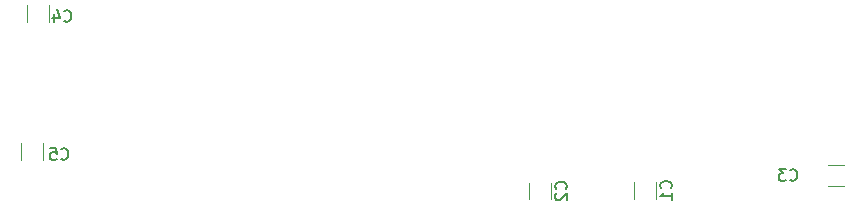
<source format=gbr>
%TF.GenerationSoftware,KiCad,Pcbnew,(6.0.5)*%
%TF.CreationDate,2022-10-23T12:56:42-05:00*%
%TF.ProjectId,ISA rev4,49534120-7265-4763-942e-6b696361645f,rev?*%
%TF.SameCoordinates,Original*%
%TF.FileFunction,Legend,Bot*%
%TF.FilePolarity,Positive*%
%FSLAX46Y46*%
G04 Gerber Fmt 4.6, Leading zero omitted, Abs format (unit mm)*
G04 Created by KiCad (PCBNEW (6.0.5)) date 2022-10-23 12:56:42*
%MOMM*%
%LPD*%
G01*
G04 APERTURE LIST*
%ADD10C,0.150000*%
%ADD11C,0.120000*%
G04 APERTURE END LIST*
D10*
%TO.C,C3*%
X171616666Y-134977142D02*
X171664285Y-135024761D01*
X171807142Y-135072380D01*
X171902380Y-135072380D01*
X172045238Y-135024761D01*
X172140476Y-134929523D01*
X172188095Y-134834285D01*
X172235714Y-134643809D01*
X172235714Y-134500952D01*
X172188095Y-134310476D01*
X172140476Y-134215238D01*
X172045238Y-134120000D01*
X171902380Y-134072380D01*
X171807142Y-134072380D01*
X171664285Y-134120000D01*
X171616666Y-134167619D01*
X171283333Y-134072380D02*
X170664285Y-134072380D01*
X170997619Y-134453333D01*
X170854761Y-134453333D01*
X170759523Y-134500952D01*
X170711904Y-134548571D01*
X170664285Y-134643809D01*
X170664285Y-134881904D01*
X170711904Y-134977142D01*
X170759523Y-135024761D01*
X170854761Y-135072380D01*
X171140476Y-135072380D01*
X171235714Y-135024761D01*
X171283333Y-134977142D01*
%TO.C,C1*%
X161530142Y-135723333D02*
X161577761Y-135675714D01*
X161625380Y-135532857D01*
X161625380Y-135437619D01*
X161577761Y-135294761D01*
X161482523Y-135199523D01*
X161387285Y-135151904D01*
X161196809Y-135104285D01*
X161053952Y-135104285D01*
X160863476Y-135151904D01*
X160768238Y-135199523D01*
X160673000Y-135294761D01*
X160625380Y-135437619D01*
X160625380Y-135532857D01*
X160673000Y-135675714D01*
X160720619Y-135723333D01*
X161625380Y-136675714D02*
X161625380Y-136104285D01*
X161625380Y-136390000D02*
X160625380Y-136390000D01*
X160768238Y-136294761D01*
X160863476Y-136199523D01*
X160911095Y-136104285D01*
%TO.C,C5*%
X109894666Y-133199142D02*
X109942285Y-133246761D01*
X110085142Y-133294380D01*
X110180380Y-133294380D01*
X110323238Y-133246761D01*
X110418476Y-133151523D01*
X110466095Y-133056285D01*
X110513714Y-132865809D01*
X110513714Y-132722952D01*
X110466095Y-132532476D01*
X110418476Y-132437238D01*
X110323238Y-132342000D01*
X110180380Y-132294380D01*
X110085142Y-132294380D01*
X109942285Y-132342000D01*
X109894666Y-132389619D01*
X108989904Y-132294380D02*
X109466095Y-132294380D01*
X109513714Y-132770571D01*
X109466095Y-132722952D01*
X109370857Y-132675333D01*
X109132761Y-132675333D01*
X109037523Y-132722952D01*
X108989904Y-132770571D01*
X108942285Y-132865809D01*
X108942285Y-133103904D01*
X108989904Y-133199142D01*
X109037523Y-133246761D01*
X109132761Y-133294380D01*
X109370857Y-133294380D01*
X109466095Y-133246761D01*
X109513714Y-133199142D01*
%TO.C,C4*%
X110148666Y-121515142D02*
X110196285Y-121562761D01*
X110339142Y-121610380D01*
X110434380Y-121610380D01*
X110577238Y-121562761D01*
X110672476Y-121467523D01*
X110720095Y-121372285D01*
X110767714Y-121181809D01*
X110767714Y-121038952D01*
X110720095Y-120848476D01*
X110672476Y-120753238D01*
X110577238Y-120658000D01*
X110434380Y-120610380D01*
X110339142Y-120610380D01*
X110196285Y-120658000D01*
X110148666Y-120705619D01*
X109291523Y-120943714D02*
X109291523Y-121610380D01*
X109529619Y-120562761D02*
X109767714Y-121277047D01*
X109148666Y-121277047D01*
%TO.C,C2*%
X152640142Y-135761833D02*
X152687761Y-135714214D01*
X152735380Y-135571357D01*
X152735380Y-135476119D01*
X152687761Y-135333261D01*
X152592523Y-135238023D01*
X152497285Y-135190404D01*
X152306809Y-135142785D01*
X152163952Y-135142785D01*
X151973476Y-135190404D01*
X151878238Y-135238023D01*
X151783000Y-135333261D01*
X151735380Y-135476119D01*
X151735380Y-135571357D01*
X151783000Y-135714214D01*
X151830619Y-135761833D01*
X151830619Y-136142785D02*
X151783000Y-136190404D01*
X151735380Y-136285642D01*
X151735380Y-136523738D01*
X151783000Y-136618976D01*
X151830619Y-136666595D01*
X151925857Y-136714214D01*
X152021095Y-136714214D01*
X152163952Y-136666595D01*
X152735380Y-136095166D01*
X152735380Y-136714214D01*
D11*
%TO.C,C3*%
X176225252Y-135530000D02*
X174802748Y-135530000D01*
X176225252Y-133710000D02*
X174802748Y-133710000D01*
%TO.C,C1*%
X158413000Y-136601252D02*
X158413000Y-135178748D01*
X160233000Y-136601252D02*
X160233000Y-135178748D01*
%TO.C,C5*%
X108352000Y-133299252D02*
X108352000Y-131876748D01*
X106532000Y-133299252D02*
X106532000Y-131876748D01*
%TO.C,C4*%
X108860000Y-121615252D02*
X108860000Y-120192748D01*
X107040000Y-121615252D02*
X107040000Y-120192748D01*
%TO.C,C2*%
X151343000Y-136639752D02*
X151343000Y-135217248D01*
X149523000Y-136639752D02*
X149523000Y-135217248D01*
%TD*%
M02*

</source>
